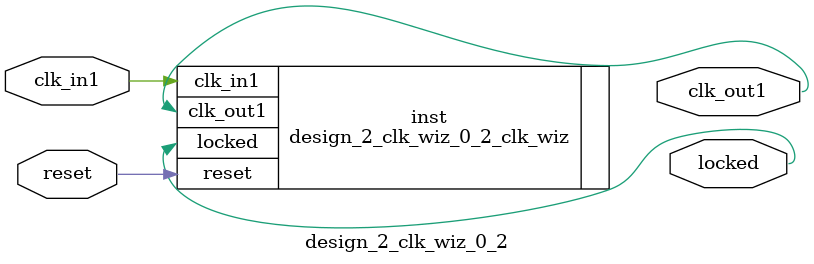
<source format=v>


`timescale 1ps/1ps

(* CORE_GENERATION_INFO = "design_2_clk_wiz_0_2,clk_wiz_v6_0_17_0_0,{component_name=design_2_clk_wiz_0_2,use_phase_alignment=true,use_min_o_jitter=false,use_max_i_jitter=false,use_dyn_phase_shift=false,use_inclk_switchover=false,use_dyn_reconfig=false,enable_axi=0,feedback_source=FDBK_AUTO,PRIMITIVE=MMCM,num_out_clk=1,clkin1_period=10.000,clkin2_period=10.000,use_power_down=false,use_reset=true,use_locked=true,use_inclk_stopped=false,feedback_type=SINGLE,CLOCK_MGR_TYPE=NA,manual_override=false}" *)

module design_2_clk_wiz_0_2 
 (
  // Clock out ports
  output        clk_out1,
  // Status and control signals
  input         reset,
  output        locked,
 // Clock in ports
  input         clk_in1
 );

  design_2_clk_wiz_0_2_clk_wiz inst
  (
  // Clock out ports  
  .clk_out1(clk_out1),
  // Status and control signals               
  .reset(reset), 
  .locked(locked),
 // Clock in ports
  .clk_in1(clk_in1)
  );

endmodule

</source>
